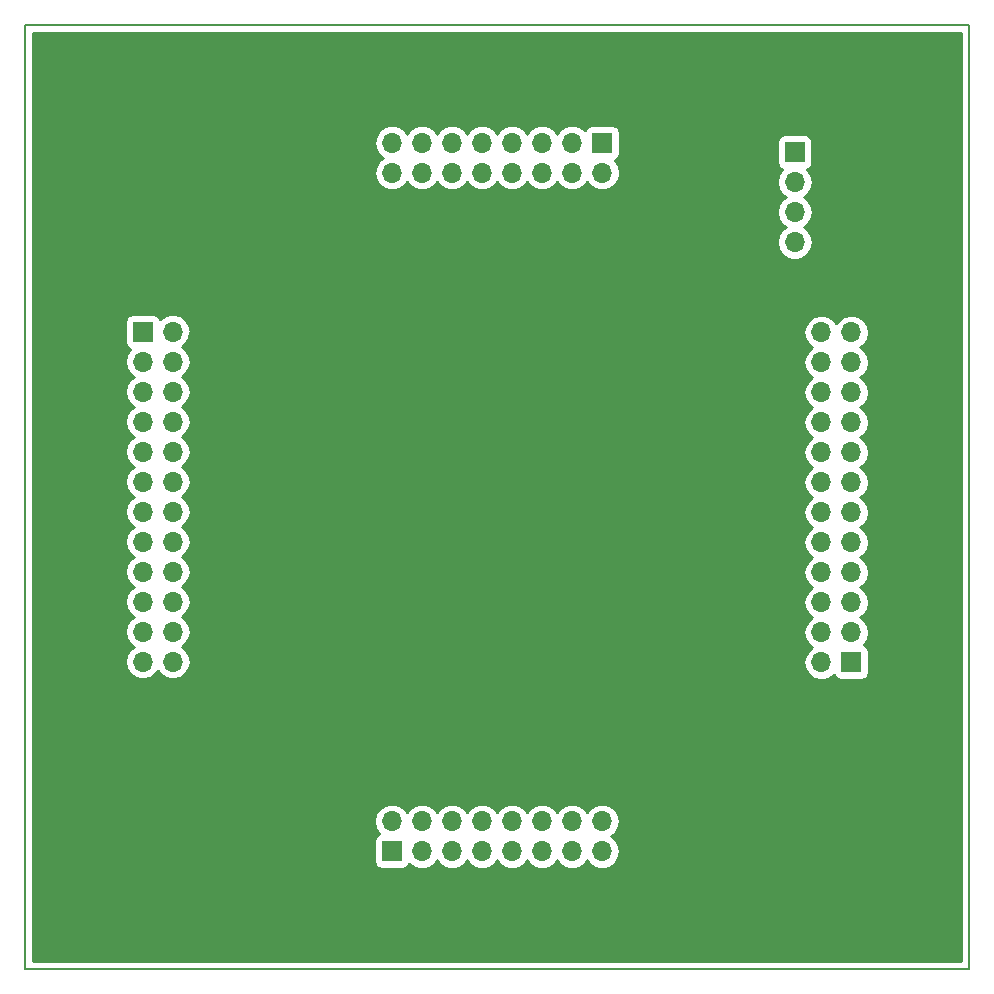
<source format=gbr>
G04 #@! TF.GenerationSoftware,KiCad,Pcbnew,5.0.2-bee76a0~70~ubuntu18.10.1*
G04 #@! TF.CreationDate,2019-01-06T00:10:16+02:00*
G04 #@! TF.ProjectId,GB-BRK-CPU-G2,47422d42-524b-42d4-9350-552d47322e6b,v1.0*
G04 #@! TF.SameCoordinates,Original*
G04 #@! TF.FileFunction,Copper,L2,Bot*
G04 #@! TF.FilePolarity,Positive*
%FSLAX46Y46*%
G04 Gerber Fmt 4.6, Leading zero omitted, Abs format (unit mm)*
G04 Created by KiCad (PCBNEW 5.0.2-bee76a0~70~ubuntu18.10.1) date su  6. tammikuuta 2019 00.10.16*
%MOMM*%
%LPD*%
G01*
G04 APERTURE LIST*
G04 #@! TA.AperFunction,NonConductor*
%ADD10C,0.150000*%
G04 #@! TD*
G04 #@! TA.AperFunction,ComponentPad*
%ADD11C,0.800000*%
G04 #@! TD*
G04 #@! TA.AperFunction,ComponentPad*
%ADD12C,6.400000*%
G04 #@! TD*
G04 #@! TA.AperFunction,ComponentPad*
%ADD13O,1.700000X1.700000*%
G04 #@! TD*
G04 #@! TA.AperFunction,ComponentPad*
%ADD14R,1.700000X1.700000*%
G04 #@! TD*
G04 #@! TA.AperFunction,ViaPad*
%ADD15C,0.800000*%
G04 #@! TD*
G04 #@! TA.AperFunction,Conductor*
%ADD16C,0.254000*%
G04 #@! TD*
G04 APERTURE END LIST*
D10*
X140000000Y-60000000D02*
X60000000Y-60000000D01*
X140000000Y-140000000D02*
X140000000Y-60000000D01*
X60000000Y-140000000D02*
X140000000Y-140000000D01*
X60000000Y-60000000D02*
X60000000Y-140000000D01*
D11*
G04 #@! TO.P,MK2,1*
G04 #@! TO.N,GND*
X66697056Y-133302944D03*
X65000000Y-132600000D03*
X63302944Y-133302944D03*
X62600000Y-135000000D03*
X63302944Y-136697056D03*
X65000000Y-137400000D03*
X66697056Y-136697056D03*
X67400000Y-135000000D03*
D12*
X65000000Y-135000000D03*
G04 #@! TD*
D11*
G04 #@! TO.P,MK1,1*
G04 #@! TO.N,GND*
X66697056Y-63302944D03*
X65000000Y-62600000D03*
X63302944Y-63302944D03*
X62600000Y-65000000D03*
X63302944Y-66697056D03*
X65000000Y-67400000D03*
X66697056Y-66697056D03*
X67400000Y-65000000D03*
D12*
X65000000Y-65000000D03*
G04 #@! TD*
D11*
G04 #@! TO.P,MK3,1*
G04 #@! TO.N,GND*
X136697056Y-63302944D03*
X135000000Y-62600000D03*
X133302944Y-63302944D03*
X132600000Y-65000000D03*
X133302944Y-66697056D03*
X135000000Y-67400000D03*
X136697056Y-66697056D03*
X137400000Y-65000000D03*
D12*
X135000000Y-65000000D03*
G04 #@! TD*
D11*
G04 #@! TO.P,MK4,1*
G04 #@! TO.N,GND*
X136697056Y-133302944D03*
X135000000Y-132600000D03*
X133302944Y-133302944D03*
X132600000Y-135000000D03*
X133302944Y-136697056D03*
X135000000Y-137400000D03*
X136697056Y-136697056D03*
X137400000Y-135000000D03*
D12*
X135000000Y-135000000D03*
G04 #@! TD*
D13*
G04 #@! TO.P,J5,4*
G04 #@! TO.N,GND*
X120400000Y-126920000D03*
G04 #@! TO.P,J5,3*
X120400000Y-124380000D03*
G04 #@! TO.P,J5,2*
X120400000Y-121840000D03*
D14*
G04 #@! TO.P,J5,1*
X120400000Y-119300000D03*
G04 #@! TD*
D13*
G04 #@! TO.P,J1,24*
G04 #@! TO.N,/Pin_24*
X72540000Y-113940000D03*
G04 #@! TO.P,J1,23*
G04 #@! TO.N,/Pin_23*
X70000000Y-113940000D03*
G04 #@! TO.P,J1,22*
G04 #@! TO.N,/Pin_22*
X72540000Y-111400000D03*
G04 #@! TO.P,J1,21*
G04 #@! TO.N,/Pin_21*
X70000000Y-111400000D03*
G04 #@! TO.P,J1,20*
G04 #@! TO.N,/Pin_20*
X72540000Y-108860000D03*
G04 #@! TO.P,J1,19*
G04 #@! TO.N,/Pin_19*
X70000000Y-108860000D03*
G04 #@! TO.P,J1,18*
G04 #@! TO.N,/Pin_18*
X72540000Y-106320000D03*
G04 #@! TO.P,J1,17*
G04 #@! TO.N,/Pin_17*
X70000000Y-106320000D03*
G04 #@! TO.P,J1,16*
G04 #@! TO.N,/Pin_16*
X72540000Y-103780000D03*
G04 #@! TO.P,J1,15*
G04 #@! TO.N,/Pin_15*
X70000000Y-103780000D03*
G04 #@! TO.P,J1,14*
G04 #@! TO.N,/Pin_14*
X72540000Y-101240000D03*
G04 #@! TO.P,J1,13*
G04 #@! TO.N,/Pin_13*
X70000000Y-101240000D03*
G04 #@! TO.P,J1,12*
G04 #@! TO.N,/Pin_12*
X72540000Y-98700000D03*
G04 #@! TO.P,J1,11*
G04 #@! TO.N,/Pin_11*
X70000000Y-98700000D03*
G04 #@! TO.P,J1,10*
G04 #@! TO.N,/Pin_10*
X72540000Y-96160000D03*
G04 #@! TO.P,J1,9*
G04 #@! TO.N,/Pin_9*
X70000000Y-96160000D03*
G04 #@! TO.P,J1,8*
G04 #@! TO.N,/Pin_8*
X72540000Y-93620000D03*
G04 #@! TO.P,J1,7*
G04 #@! TO.N,/Pin_7*
X70000000Y-93620000D03*
G04 #@! TO.P,J1,6*
G04 #@! TO.N,/Pin_6*
X72540000Y-91080000D03*
G04 #@! TO.P,J1,5*
G04 #@! TO.N,/Pin_5*
X70000000Y-91080000D03*
G04 #@! TO.P,J1,4*
G04 #@! TO.N,/Pin_4*
X72540000Y-88540000D03*
G04 #@! TO.P,J1,3*
G04 #@! TO.N,/Pin_3*
X70000000Y-88540000D03*
G04 #@! TO.P,J1,2*
G04 #@! TO.N,/Pin_2*
X72540000Y-86000000D03*
D14*
G04 #@! TO.P,J1,1*
G04 #@! TO.N,/Pin_1*
X70000000Y-86000000D03*
G04 #@! TD*
D13*
G04 #@! TO.P,J2,16*
G04 #@! TO.N,/Pin_40*
X108880000Y-127460000D03*
G04 #@! TO.P,J2,15*
G04 #@! TO.N,/Pin_39*
X108880000Y-130000000D03*
G04 #@! TO.P,J2,14*
G04 #@! TO.N,/Pin_38*
X106340000Y-127460000D03*
G04 #@! TO.P,J2,13*
G04 #@! TO.N,/Pin_37*
X106340000Y-130000000D03*
G04 #@! TO.P,J2,12*
G04 #@! TO.N,/Pin_36*
X103800000Y-127460000D03*
G04 #@! TO.P,J2,11*
G04 #@! TO.N,/Pin_35*
X103800000Y-130000000D03*
G04 #@! TO.P,J2,10*
G04 #@! TO.N,/Pin_34*
X101260000Y-127460000D03*
G04 #@! TO.P,J2,9*
G04 #@! TO.N,/Pin_33*
X101260000Y-130000000D03*
G04 #@! TO.P,J2,8*
G04 #@! TO.N,/Pin_32*
X98720000Y-127460000D03*
G04 #@! TO.P,J2,7*
G04 #@! TO.N,/Pin_31*
X98720000Y-130000000D03*
G04 #@! TO.P,J2,6*
G04 #@! TO.N,/Pin_30*
X96180000Y-127460000D03*
G04 #@! TO.P,J2,5*
G04 #@! TO.N,/Pin_29*
X96180000Y-130000000D03*
G04 #@! TO.P,J2,4*
G04 #@! TO.N,/Pin_28*
X93640000Y-127460000D03*
G04 #@! TO.P,J2,3*
G04 #@! TO.N,/Pin_27*
X93640000Y-130000000D03*
G04 #@! TO.P,J2,2*
G04 #@! TO.N,/Pin_26*
X91100000Y-127460000D03*
D14*
G04 #@! TO.P,J2,1*
G04 #@! TO.N,/Pin_25*
X91100000Y-130000000D03*
G04 #@! TD*
D13*
G04 #@! TO.P,J3,24*
G04 #@! TO.N,/Pin_64*
X127460000Y-86060000D03*
G04 #@! TO.P,J3,23*
G04 #@! TO.N,/Pin_63*
X130000000Y-86060000D03*
G04 #@! TO.P,J3,22*
G04 #@! TO.N,/Pin_62*
X127460000Y-88600000D03*
G04 #@! TO.P,J3,21*
G04 #@! TO.N,/Pin_61*
X130000000Y-88600000D03*
G04 #@! TO.P,J3,20*
G04 #@! TO.N,/Pin_60*
X127460000Y-91140000D03*
G04 #@! TO.P,J3,19*
G04 #@! TO.N,/Pin_59*
X130000000Y-91140000D03*
G04 #@! TO.P,J3,18*
G04 #@! TO.N,/Pin_58*
X127460000Y-93680000D03*
G04 #@! TO.P,J3,17*
G04 #@! TO.N,/Pin_57*
X130000000Y-93680000D03*
G04 #@! TO.P,J3,16*
G04 #@! TO.N,/Pin_56*
X127460000Y-96220000D03*
G04 #@! TO.P,J3,15*
G04 #@! TO.N,/Pin_55*
X130000000Y-96220000D03*
G04 #@! TO.P,J3,14*
G04 #@! TO.N,/Pin_54*
X127460000Y-98760000D03*
G04 #@! TO.P,J3,13*
G04 #@! TO.N,/Pin_53*
X130000000Y-98760000D03*
G04 #@! TO.P,J3,12*
G04 #@! TO.N,/Pin_52*
X127460000Y-101300000D03*
G04 #@! TO.P,J3,11*
G04 #@! TO.N,/Pin_51*
X130000000Y-101300000D03*
G04 #@! TO.P,J3,10*
G04 #@! TO.N,/Pin_50*
X127460000Y-103840000D03*
G04 #@! TO.P,J3,9*
G04 #@! TO.N,/Pin_49*
X130000000Y-103840000D03*
G04 #@! TO.P,J3,8*
G04 #@! TO.N,/Pin_48*
X127460000Y-106380000D03*
G04 #@! TO.P,J3,7*
G04 #@! TO.N,/Pin_47*
X130000000Y-106380000D03*
G04 #@! TO.P,J3,6*
G04 #@! TO.N,/Pin_46*
X127460000Y-108920000D03*
G04 #@! TO.P,J3,5*
G04 #@! TO.N,/Pin_45*
X130000000Y-108920000D03*
G04 #@! TO.P,J3,4*
G04 #@! TO.N,/Pin_44*
X127460000Y-111460000D03*
G04 #@! TO.P,J3,3*
G04 #@! TO.N,/Pin_43*
X130000000Y-111460000D03*
G04 #@! TO.P,J3,2*
G04 #@! TO.N,/Pin_42*
X127460000Y-114000000D03*
D14*
G04 #@! TO.P,J3,1*
G04 #@! TO.N,/Pin_41*
X130000000Y-114000000D03*
G04 #@! TD*
D13*
G04 #@! TO.P,J4,16*
G04 #@! TO.N,/Pin_80*
X91120000Y-72540000D03*
G04 #@! TO.P,J4,15*
G04 #@! TO.N,/Pin_79*
X91120000Y-70000000D03*
G04 #@! TO.P,J4,14*
G04 #@! TO.N,/Pin_78*
X93660000Y-72540000D03*
G04 #@! TO.P,J4,13*
G04 #@! TO.N,/Pin_77*
X93660000Y-70000000D03*
G04 #@! TO.P,J4,12*
G04 #@! TO.N,/Pin_76*
X96200000Y-72540000D03*
G04 #@! TO.P,J4,11*
G04 #@! TO.N,/Pin_75*
X96200000Y-70000000D03*
G04 #@! TO.P,J4,10*
G04 #@! TO.N,/Pin_74*
X98740000Y-72540000D03*
G04 #@! TO.P,J4,9*
G04 #@! TO.N,/Pin_73*
X98740000Y-70000000D03*
G04 #@! TO.P,J4,8*
G04 #@! TO.N,/Pin_72*
X101280000Y-72540000D03*
G04 #@! TO.P,J4,7*
G04 #@! TO.N,/Pin_71*
X101280000Y-70000000D03*
G04 #@! TO.P,J4,6*
G04 #@! TO.N,/Pin_70*
X103820000Y-72540000D03*
G04 #@! TO.P,J4,5*
G04 #@! TO.N,/Pin_69*
X103820000Y-70000000D03*
G04 #@! TO.P,J4,4*
G04 #@! TO.N,/Pin_68*
X106360000Y-72540000D03*
G04 #@! TO.P,J4,3*
G04 #@! TO.N,/Pin_67*
X106360000Y-70000000D03*
G04 #@! TO.P,J4,2*
G04 #@! TO.N,/Pin_66*
X108900000Y-72540000D03*
D14*
G04 #@! TO.P,J4,1*
G04 #@! TO.N,/Pin_65*
X108900000Y-70000000D03*
G04 #@! TD*
D13*
G04 #@! TO.P,J6,4*
G04 #@! TO.N,+5V*
X125200000Y-78420000D03*
G04 #@! TO.P,J6,3*
X125200000Y-75880000D03*
G04 #@! TO.P,J6,2*
X125200000Y-73340000D03*
D14*
G04 #@! TO.P,J6,1*
X125200000Y-70800000D03*
G04 #@! TD*
D15*
G04 #@! TO.N,GND*
X102400000Y-116700000D03*
X97600000Y-83300000D03*
X116700000Y-83300000D03*
X117300000Y-80200000D03*
X118500000Y-76600000D03*
X117800000Y-70400000D03*
G04 #@! TD*
D16*
G04 #@! TO.N,GND*
G36*
X139290000Y-139290000D02*
X60710000Y-139290000D01*
X60710000Y-127460000D01*
X89585908Y-127460000D01*
X89701161Y-128039418D01*
X90029375Y-128530625D01*
X90047619Y-128542816D01*
X90002235Y-128551843D01*
X89792191Y-128692191D01*
X89651843Y-128902235D01*
X89602560Y-129150000D01*
X89602560Y-130850000D01*
X89651843Y-131097765D01*
X89792191Y-131307809D01*
X90002235Y-131448157D01*
X90250000Y-131497440D01*
X91950000Y-131497440D01*
X92197765Y-131448157D01*
X92407809Y-131307809D01*
X92548157Y-131097765D01*
X92557184Y-131052381D01*
X92569375Y-131070625D01*
X93060582Y-131398839D01*
X93493744Y-131485000D01*
X93786256Y-131485000D01*
X94219418Y-131398839D01*
X94710625Y-131070625D01*
X94910000Y-130772239D01*
X95109375Y-131070625D01*
X95600582Y-131398839D01*
X96033744Y-131485000D01*
X96326256Y-131485000D01*
X96759418Y-131398839D01*
X97250625Y-131070625D01*
X97450000Y-130772239D01*
X97649375Y-131070625D01*
X98140582Y-131398839D01*
X98573744Y-131485000D01*
X98866256Y-131485000D01*
X99299418Y-131398839D01*
X99790625Y-131070625D01*
X99990000Y-130772239D01*
X100189375Y-131070625D01*
X100680582Y-131398839D01*
X101113744Y-131485000D01*
X101406256Y-131485000D01*
X101839418Y-131398839D01*
X102330625Y-131070625D01*
X102530000Y-130772239D01*
X102729375Y-131070625D01*
X103220582Y-131398839D01*
X103653744Y-131485000D01*
X103946256Y-131485000D01*
X104379418Y-131398839D01*
X104870625Y-131070625D01*
X105070000Y-130772239D01*
X105269375Y-131070625D01*
X105760582Y-131398839D01*
X106193744Y-131485000D01*
X106486256Y-131485000D01*
X106919418Y-131398839D01*
X107410625Y-131070625D01*
X107610000Y-130772239D01*
X107809375Y-131070625D01*
X108300582Y-131398839D01*
X108733744Y-131485000D01*
X109026256Y-131485000D01*
X109459418Y-131398839D01*
X109950625Y-131070625D01*
X110278839Y-130579418D01*
X110394092Y-130000000D01*
X110278839Y-129420582D01*
X109950625Y-128929375D01*
X109652239Y-128730000D01*
X109950625Y-128530625D01*
X110278839Y-128039418D01*
X110394092Y-127460000D01*
X110278839Y-126880582D01*
X109950625Y-126389375D01*
X109459418Y-126061161D01*
X109026256Y-125975000D01*
X108733744Y-125975000D01*
X108300582Y-126061161D01*
X107809375Y-126389375D01*
X107610000Y-126687761D01*
X107410625Y-126389375D01*
X106919418Y-126061161D01*
X106486256Y-125975000D01*
X106193744Y-125975000D01*
X105760582Y-126061161D01*
X105269375Y-126389375D01*
X105070000Y-126687761D01*
X104870625Y-126389375D01*
X104379418Y-126061161D01*
X103946256Y-125975000D01*
X103653744Y-125975000D01*
X103220582Y-126061161D01*
X102729375Y-126389375D01*
X102530000Y-126687761D01*
X102330625Y-126389375D01*
X101839418Y-126061161D01*
X101406256Y-125975000D01*
X101113744Y-125975000D01*
X100680582Y-126061161D01*
X100189375Y-126389375D01*
X99990000Y-126687761D01*
X99790625Y-126389375D01*
X99299418Y-126061161D01*
X98866256Y-125975000D01*
X98573744Y-125975000D01*
X98140582Y-126061161D01*
X97649375Y-126389375D01*
X97450000Y-126687761D01*
X97250625Y-126389375D01*
X96759418Y-126061161D01*
X96326256Y-125975000D01*
X96033744Y-125975000D01*
X95600582Y-126061161D01*
X95109375Y-126389375D01*
X94910000Y-126687761D01*
X94710625Y-126389375D01*
X94219418Y-126061161D01*
X93786256Y-125975000D01*
X93493744Y-125975000D01*
X93060582Y-126061161D01*
X92569375Y-126389375D01*
X92370000Y-126687761D01*
X92170625Y-126389375D01*
X91679418Y-126061161D01*
X91246256Y-125975000D01*
X90953744Y-125975000D01*
X90520582Y-126061161D01*
X90029375Y-126389375D01*
X89701161Y-126880582D01*
X89585908Y-127460000D01*
X60710000Y-127460000D01*
X60710000Y-88540000D01*
X68485908Y-88540000D01*
X68601161Y-89119418D01*
X68929375Y-89610625D01*
X69227761Y-89810000D01*
X68929375Y-90009375D01*
X68601161Y-90500582D01*
X68485908Y-91080000D01*
X68601161Y-91659418D01*
X68929375Y-92150625D01*
X69227761Y-92350000D01*
X68929375Y-92549375D01*
X68601161Y-93040582D01*
X68485908Y-93620000D01*
X68601161Y-94199418D01*
X68929375Y-94690625D01*
X69227761Y-94890000D01*
X68929375Y-95089375D01*
X68601161Y-95580582D01*
X68485908Y-96160000D01*
X68601161Y-96739418D01*
X68929375Y-97230625D01*
X69227761Y-97430000D01*
X68929375Y-97629375D01*
X68601161Y-98120582D01*
X68485908Y-98700000D01*
X68601161Y-99279418D01*
X68929375Y-99770625D01*
X69227761Y-99970000D01*
X68929375Y-100169375D01*
X68601161Y-100660582D01*
X68485908Y-101240000D01*
X68601161Y-101819418D01*
X68929375Y-102310625D01*
X69227761Y-102510000D01*
X68929375Y-102709375D01*
X68601161Y-103200582D01*
X68485908Y-103780000D01*
X68601161Y-104359418D01*
X68929375Y-104850625D01*
X69227761Y-105050000D01*
X68929375Y-105249375D01*
X68601161Y-105740582D01*
X68485908Y-106320000D01*
X68601161Y-106899418D01*
X68929375Y-107390625D01*
X69227761Y-107590000D01*
X68929375Y-107789375D01*
X68601161Y-108280582D01*
X68485908Y-108860000D01*
X68601161Y-109439418D01*
X68929375Y-109930625D01*
X69227761Y-110130000D01*
X68929375Y-110329375D01*
X68601161Y-110820582D01*
X68485908Y-111400000D01*
X68601161Y-111979418D01*
X68929375Y-112470625D01*
X69227761Y-112670000D01*
X68929375Y-112869375D01*
X68601161Y-113360582D01*
X68485908Y-113940000D01*
X68601161Y-114519418D01*
X68929375Y-115010625D01*
X69420582Y-115338839D01*
X69853744Y-115425000D01*
X70146256Y-115425000D01*
X70579418Y-115338839D01*
X71070625Y-115010625D01*
X71270000Y-114712239D01*
X71469375Y-115010625D01*
X71960582Y-115338839D01*
X72393744Y-115425000D01*
X72686256Y-115425000D01*
X73119418Y-115338839D01*
X73610625Y-115010625D01*
X73938839Y-114519418D01*
X74054092Y-113940000D01*
X73938839Y-113360582D01*
X73610625Y-112869375D01*
X73312239Y-112670000D01*
X73610625Y-112470625D01*
X73938839Y-111979418D01*
X74054092Y-111400000D01*
X73938839Y-110820582D01*
X73610625Y-110329375D01*
X73312239Y-110130000D01*
X73610625Y-109930625D01*
X73938839Y-109439418D01*
X74054092Y-108860000D01*
X73938839Y-108280582D01*
X73610625Y-107789375D01*
X73312239Y-107590000D01*
X73610625Y-107390625D01*
X73938839Y-106899418D01*
X74054092Y-106320000D01*
X73938839Y-105740582D01*
X73610625Y-105249375D01*
X73312239Y-105050000D01*
X73610625Y-104850625D01*
X73938839Y-104359418D01*
X74054092Y-103780000D01*
X73938839Y-103200582D01*
X73610625Y-102709375D01*
X73312239Y-102510000D01*
X73610625Y-102310625D01*
X73938839Y-101819418D01*
X74054092Y-101240000D01*
X73938839Y-100660582D01*
X73610625Y-100169375D01*
X73312239Y-99970000D01*
X73610625Y-99770625D01*
X73938839Y-99279418D01*
X74054092Y-98700000D01*
X73938839Y-98120582D01*
X73610625Y-97629375D01*
X73312239Y-97430000D01*
X73610625Y-97230625D01*
X73938839Y-96739418D01*
X74054092Y-96160000D01*
X73938839Y-95580582D01*
X73610625Y-95089375D01*
X73312239Y-94890000D01*
X73610625Y-94690625D01*
X73938839Y-94199418D01*
X74054092Y-93620000D01*
X73938839Y-93040582D01*
X73610625Y-92549375D01*
X73312239Y-92350000D01*
X73610625Y-92150625D01*
X73938839Y-91659418D01*
X74054092Y-91080000D01*
X73938839Y-90500582D01*
X73610625Y-90009375D01*
X73312239Y-89810000D01*
X73610625Y-89610625D01*
X73938839Y-89119418D01*
X74054092Y-88540000D01*
X73938839Y-87960582D01*
X73610625Y-87469375D01*
X73312239Y-87270000D01*
X73610625Y-87070625D01*
X73938839Y-86579418D01*
X74042157Y-86060000D01*
X125945908Y-86060000D01*
X126061161Y-86639418D01*
X126389375Y-87130625D01*
X126687761Y-87330000D01*
X126389375Y-87529375D01*
X126061161Y-88020582D01*
X125945908Y-88600000D01*
X126061161Y-89179418D01*
X126389375Y-89670625D01*
X126687761Y-89870000D01*
X126389375Y-90069375D01*
X126061161Y-90560582D01*
X125945908Y-91140000D01*
X126061161Y-91719418D01*
X126389375Y-92210625D01*
X126687761Y-92410000D01*
X126389375Y-92609375D01*
X126061161Y-93100582D01*
X125945908Y-93680000D01*
X126061161Y-94259418D01*
X126389375Y-94750625D01*
X126687761Y-94950000D01*
X126389375Y-95149375D01*
X126061161Y-95640582D01*
X125945908Y-96220000D01*
X126061161Y-96799418D01*
X126389375Y-97290625D01*
X126687761Y-97490000D01*
X126389375Y-97689375D01*
X126061161Y-98180582D01*
X125945908Y-98760000D01*
X126061161Y-99339418D01*
X126389375Y-99830625D01*
X126687761Y-100030000D01*
X126389375Y-100229375D01*
X126061161Y-100720582D01*
X125945908Y-101300000D01*
X126061161Y-101879418D01*
X126389375Y-102370625D01*
X126687761Y-102570000D01*
X126389375Y-102769375D01*
X126061161Y-103260582D01*
X125945908Y-103840000D01*
X126061161Y-104419418D01*
X126389375Y-104910625D01*
X126687761Y-105110000D01*
X126389375Y-105309375D01*
X126061161Y-105800582D01*
X125945908Y-106380000D01*
X126061161Y-106959418D01*
X126389375Y-107450625D01*
X126687761Y-107650000D01*
X126389375Y-107849375D01*
X126061161Y-108340582D01*
X125945908Y-108920000D01*
X126061161Y-109499418D01*
X126389375Y-109990625D01*
X126687761Y-110190000D01*
X126389375Y-110389375D01*
X126061161Y-110880582D01*
X125945908Y-111460000D01*
X126061161Y-112039418D01*
X126389375Y-112530625D01*
X126687761Y-112730000D01*
X126389375Y-112929375D01*
X126061161Y-113420582D01*
X125945908Y-114000000D01*
X126061161Y-114579418D01*
X126389375Y-115070625D01*
X126880582Y-115398839D01*
X127313744Y-115485000D01*
X127606256Y-115485000D01*
X128039418Y-115398839D01*
X128530625Y-115070625D01*
X128542816Y-115052381D01*
X128551843Y-115097765D01*
X128692191Y-115307809D01*
X128902235Y-115448157D01*
X129150000Y-115497440D01*
X130850000Y-115497440D01*
X131097765Y-115448157D01*
X131307809Y-115307809D01*
X131448157Y-115097765D01*
X131497440Y-114850000D01*
X131497440Y-113150000D01*
X131448157Y-112902235D01*
X131307809Y-112692191D01*
X131097765Y-112551843D01*
X131052381Y-112542816D01*
X131070625Y-112530625D01*
X131398839Y-112039418D01*
X131514092Y-111460000D01*
X131398839Y-110880582D01*
X131070625Y-110389375D01*
X130772239Y-110190000D01*
X131070625Y-109990625D01*
X131398839Y-109499418D01*
X131514092Y-108920000D01*
X131398839Y-108340582D01*
X131070625Y-107849375D01*
X130772239Y-107650000D01*
X131070625Y-107450625D01*
X131398839Y-106959418D01*
X131514092Y-106380000D01*
X131398839Y-105800582D01*
X131070625Y-105309375D01*
X130772239Y-105110000D01*
X131070625Y-104910625D01*
X131398839Y-104419418D01*
X131514092Y-103840000D01*
X131398839Y-103260582D01*
X131070625Y-102769375D01*
X130772239Y-102570000D01*
X131070625Y-102370625D01*
X131398839Y-101879418D01*
X131514092Y-101300000D01*
X131398839Y-100720582D01*
X131070625Y-100229375D01*
X130772239Y-100030000D01*
X131070625Y-99830625D01*
X131398839Y-99339418D01*
X131514092Y-98760000D01*
X131398839Y-98180582D01*
X131070625Y-97689375D01*
X130772239Y-97490000D01*
X131070625Y-97290625D01*
X131398839Y-96799418D01*
X131514092Y-96220000D01*
X131398839Y-95640582D01*
X131070625Y-95149375D01*
X130772239Y-94950000D01*
X131070625Y-94750625D01*
X131398839Y-94259418D01*
X131514092Y-93680000D01*
X131398839Y-93100582D01*
X131070625Y-92609375D01*
X130772239Y-92410000D01*
X131070625Y-92210625D01*
X131398839Y-91719418D01*
X131514092Y-91140000D01*
X131398839Y-90560582D01*
X131070625Y-90069375D01*
X130772239Y-89870000D01*
X131070625Y-89670625D01*
X131398839Y-89179418D01*
X131514092Y-88600000D01*
X131398839Y-88020582D01*
X131070625Y-87529375D01*
X130772239Y-87330000D01*
X131070625Y-87130625D01*
X131398839Y-86639418D01*
X131514092Y-86060000D01*
X131398839Y-85480582D01*
X131070625Y-84989375D01*
X130579418Y-84661161D01*
X130146256Y-84575000D01*
X129853744Y-84575000D01*
X129420582Y-84661161D01*
X128929375Y-84989375D01*
X128730000Y-85287761D01*
X128530625Y-84989375D01*
X128039418Y-84661161D01*
X127606256Y-84575000D01*
X127313744Y-84575000D01*
X126880582Y-84661161D01*
X126389375Y-84989375D01*
X126061161Y-85480582D01*
X125945908Y-86060000D01*
X74042157Y-86060000D01*
X74054092Y-86000000D01*
X73938839Y-85420582D01*
X73610625Y-84929375D01*
X73119418Y-84601161D01*
X72686256Y-84515000D01*
X72393744Y-84515000D01*
X71960582Y-84601161D01*
X71469375Y-84929375D01*
X71457184Y-84947619D01*
X71448157Y-84902235D01*
X71307809Y-84692191D01*
X71097765Y-84551843D01*
X70850000Y-84502560D01*
X69150000Y-84502560D01*
X68902235Y-84551843D01*
X68692191Y-84692191D01*
X68551843Y-84902235D01*
X68502560Y-85150000D01*
X68502560Y-86850000D01*
X68551843Y-87097765D01*
X68692191Y-87307809D01*
X68902235Y-87448157D01*
X68947619Y-87457184D01*
X68929375Y-87469375D01*
X68601161Y-87960582D01*
X68485908Y-88540000D01*
X60710000Y-88540000D01*
X60710000Y-70000000D01*
X89605908Y-70000000D01*
X89721161Y-70579418D01*
X90049375Y-71070625D01*
X90347761Y-71270000D01*
X90049375Y-71469375D01*
X89721161Y-71960582D01*
X89605908Y-72540000D01*
X89721161Y-73119418D01*
X90049375Y-73610625D01*
X90540582Y-73938839D01*
X90973744Y-74025000D01*
X91266256Y-74025000D01*
X91699418Y-73938839D01*
X92190625Y-73610625D01*
X92390000Y-73312239D01*
X92589375Y-73610625D01*
X93080582Y-73938839D01*
X93513744Y-74025000D01*
X93806256Y-74025000D01*
X94239418Y-73938839D01*
X94730625Y-73610625D01*
X94930000Y-73312239D01*
X95129375Y-73610625D01*
X95620582Y-73938839D01*
X96053744Y-74025000D01*
X96346256Y-74025000D01*
X96779418Y-73938839D01*
X97270625Y-73610625D01*
X97470000Y-73312239D01*
X97669375Y-73610625D01*
X98160582Y-73938839D01*
X98593744Y-74025000D01*
X98886256Y-74025000D01*
X99319418Y-73938839D01*
X99810625Y-73610625D01*
X100010000Y-73312239D01*
X100209375Y-73610625D01*
X100700582Y-73938839D01*
X101133744Y-74025000D01*
X101426256Y-74025000D01*
X101859418Y-73938839D01*
X102350625Y-73610625D01*
X102550000Y-73312239D01*
X102749375Y-73610625D01*
X103240582Y-73938839D01*
X103673744Y-74025000D01*
X103966256Y-74025000D01*
X104399418Y-73938839D01*
X104890625Y-73610625D01*
X105090000Y-73312239D01*
X105289375Y-73610625D01*
X105780582Y-73938839D01*
X106213744Y-74025000D01*
X106506256Y-74025000D01*
X106939418Y-73938839D01*
X107430625Y-73610625D01*
X107630000Y-73312239D01*
X107829375Y-73610625D01*
X108320582Y-73938839D01*
X108753744Y-74025000D01*
X109046256Y-74025000D01*
X109479418Y-73938839D01*
X109970625Y-73610625D01*
X110151450Y-73340000D01*
X123685908Y-73340000D01*
X123801161Y-73919418D01*
X124129375Y-74410625D01*
X124427761Y-74610000D01*
X124129375Y-74809375D01*
X123801161Y-75300582D01*
X123685908Y-75880000D01*
X123801161Y-76459418D01*
X124129375Y-76950625D01*
X124427761Y-77150000D01*
X124129375Y-77349375D01*
X123801161Y-77840582D01*
X123685908Y-78420000D01*
X123801161Y-78999418D01*
X124129375Y-79490625D01*
X124620582Y-79818839D01*
X125053744Y-79905000D01*
X125346256Y-79905000D01*
X125779418Y-79818839D01*
X126270625Y-79490625D01*
X126598839Y-78999418D01*
X126714092Y-78420000D01*
X126598839Y-77840582D01*
X126270625Y-77349375D01*
X125972239Y-77150000D01*
X126270625Y-76950625D01*
X126598839Y-76459418D01*
X126714092Y-75880000D01*
X126598839Y-75300582D01*
X126270625Y-74809375D01*
X125972239Y-74610000D01*
X126270625Y-74410625D01*
X126598839Y-73919418D01*
X126714092Y-73340000D01*
X126598839Y-72760582D01*
X126270625Y-72269375D01*
X126252381Y-72257184D01*
X126297765Y-72248157D01*
X126507809Y-72107809D01*
X126648157Y-71897765D01*
X126697440Y-71650000D01*
X126697440Y-69950000D01*
X126648157Y-69702235D01*
X126507809Y-69492191D01*
X126297765Y-69351843D01*
X126050000Y-69302560D01*
X124350000Y-69302560D01*
X124102235Y-69351843D01*
X123892191Y-69492191D01*
X123751843Y-69702235D01*
X123702560Y-69950000D01*
X123702560Y-71650000D01*
X123751843Y-71897765D01*
X123892191Y-72107809D01*
X124102235Y-72248157D01*
X124147619Y-72257184D01*
X124129375Y-72269375D01*
X123801161Y-72760582D01*
X123685908Y-73340000D01*
X110151450Y-73340000D01*
X110298839Y-73119418D01*
X110414092Y-72540000D01*
X110298839Y-71960582D01*
X109970625Y-71469375D01*
X109952381Y-71457184D01*
X109997765Y-71448157D01*
X110207809Y-71307809D01*
X110348157Y-71097765D01*
X110397440Y-70850000D01*
X110397440Y-69150000D01*
X110348157Y-68902235D01*
X110207809Y-68692191D01*
X109997765Y-68551843D01*
X109750000Y-68502560D01*
X108050000Y-68502560D01*
X107802235Y-68551843D01*
X107592191Y-68692191D01*
X107451843Y-68902235D01*
X107442816Y-68947619D01*
X107430625Y-68929375D01*
X106939418Y-68601161D01*
X106506256Y-68515000D01*
X106213744Y-68515000D01*
X105780582Y-68601161D01*
X105289375Y-68929375D01*
X105090000Y-69227761D01*
X104890625Y-68929375D01*
X104399418Y-68601161D01*
X103966256Y-68515000D01*
X103673744Y-68515000D01*
X103240582Y-68601161D01*
X102749375Y-68929375D01*
X102550000Y-69227761D01*
X102350625Y-68929375D01*
X101859418Y-68601161D01*
X101426256Y-68515000D01*
X101133744Y-68515000D01*
X100700582Y-68601161D01*
X100209375Y-68929375D01*
X100010000Y-69227761D01*
X99810625Y-68929375D01*
X99319418Y-68601161D01*
X98886256Y-68515000D01*
X98593744Y-68515000D01*
X98160582Y-68601161D01*
X97669375Y-68929375D01*
X97470000Y-69227761D01*
X97270625Y-68929375D01*
X96779418Y-68601161D01*
X96346256Y-68515000D01*
X96053744Y-68515000D01*
X95620582Y-68601161D01*
X95129375Y-68929375D01*
X94930000Y-69227761D01*
X94730625Y-68929375D01*
X94239418Y-68601161D01*
X93806256Y-68515000D01*
X93513744Y-68515000D01*
X93080582Y-68601161D01*
X92589375Y-68929375D01*
X92390000Y-69227761D01*
X92190625Y-68929375D01*
X91699418Y-68601161D01*
X91266256Y-68515000D01*
X90973744Y-68515000D01*
X90540582Y-68601161D01*
X90049375Y-68929375D01*
X89721161Y-69420582D01*
X89605908Y-70000000D01*
X60710000Y-70000000D01*
X60710000Y-60710000D01*
X139290001Y-60710000D01*
X139290000Y-139290000D01*
X139290000Y-139290000D01*
G37*
X139290000Y-139290000D02*
X60710000Y-139290000D01*
X60710000Y-127460000D01*
X89585908Y-127460000D01*
X89701161Y-128039418D01*
X90029375Y-128530625D01*
X90047619Y-128542816D01*
X90002235Y-128551843D01*
X89792191Y-128692191D01*
X89651843Y-128902235D01*
X89602560Y-129150000D01*
X89602560Y-130850000D01*
X89651843Y-131097765D01*
X89792191Y-131307809D01*
X90002235Y-131448157D01*
X90250000Y-131497440D01*
X91950000Y-131497440D01*
X92197765Y-131448157D01*
X92407809Y-131307809D01*
X92548157Y-131097765D01*
X92557184Y-131052381D01*
X92569375Y-131070625D01*
X93060582Y-131398839D01*
X93493744Y-131485000D01*
X93786256Y-131485000D01*
X94219418Y-131398839D01*
X94710625Y-131070625D01*
X94910000Y-130772239D01*
X95109375Y-131070625D01*
X95600582Y-131398839D01*
X96033744Y-131485000D01*
X96326256Y-131485000D01*
X96759418Y-131398839D01*
X97250625Y-131070625D01*
X97450000Y-130772239D01*
X97649375Y-131070625D01*
X98140582Y-131398839D01*
X98573744Y-131485000D01*
X98866256Y-131485000D01*
X99299418Y-131398839D01*
X99790625Y-131070625D01*
X99990000Y-130772239D01*
X100189375Y-131070625D01*
X100680582Y-131398839D01*
X101113744Y-131485000D01*
X101406256Y-131485000D01*
X101839418Y-131398839D01*
X102330625Y-131070625D01*
X102530000Y-130772239D01*
X102729375Y-131070625D01*
X103220582Y-131398839D01*
X103653744Y-131485000D01*
X103946256Y-131485000D01*
X104379418Y-131398839D01*
X104870625Y-131070625D01*
X105070000Y-130772239D01*
X105269375Y-131070625D01*
X105760582Y-131398839D01*
X106193744Y-131485000D01*
X106486256Y-131485000D01*
X106919418Y-131398839D01*
X107410625Y-131070625D01*
X107610000Y-130772239D01*
X107809375Y-131070625D01*
X108300582Y-131398839D01*
X108733744Y-131485000D01*
X109026256Y-131485000D01*
X109459418Y-131398839D01*
X109950625Y-131070625D01*
X110278839Y-130579418D01*
X110394092Y-130000000D01*
X110278839Y-129420582D01*
X109950625Y-128929375D01*
X109652239Y-128730000D01*
X109950625Y-128530625D01*
X110278839Y-128039418D01*
X110394092Y-127460000D01*
X110278839Y-126880582D01*
X109950625Y-126389375D01*
X109459418Y-126061161D01*
X109026256Y-125975000D01*
X108733744Y-125975000D01*
X108300582Y-126061161D01*
X107809375Y-126389375D01*
X107610000Y-126687761D01*
X107410625Y-126389375D01*
X106919418Y-126061161D01*
X106486256Y-125975000D01*
X106193744Y-125975000D01*
X105760582Y-126061161D01*
X105269375Y-126389375D01*
X105070000Y-126687761D01*
X104870625Y-126389375D01*
X104379418Y-126061161D01*
X103946256Y-125975000D01*
X103653744Y-125975000D01*
X103220582Y-126061161D01*
X102729375Y-126389375D01*
X102530000Y-126687761D01*
X102330625Y-126389375D01*
X101839418Y-126061161D01*
X101406256Y-125975000D01*
X101113744Y-125975000D01*
X100680582Y-126061161D01*
X100189375Y-126389375D01*
X99990000Y-126687761D01*
X99790625Y-126389375D01*
X99299418Y-126061161D01*
X98866256Y-125975000D01*
X98573744Y-125975000D01*
X98140582Y-126061161D01*
X97649375Y-126389375D01*
X97450000Y-126687761D01*
X97250625Y-126389375D01*
X96759418Y-126061161D01*
X96326256Y-125975000D01*
X96033744Y-125975000D01*
X95600582Y-126061161D01*
X95109375Y-126389375D01*
X94910000Y-126687761D01*
X94710625Y-126389375D01*
X94219418Y-126061161D01*
X93786256Y-125975000D01*
X93493744Y-125975000D01*
X93060582Y-126061161D01*
X92569375Y-126389375D01*
X92370000Y-126687761D01*
X92170625Y-126389375D01*
X91679418Y-126061161D01*
X91246256Y-125975000D01*
X90953744Y-125975000D01*
X90520582Y-126061161D01*
X90029375Y-126389375D01*
X89701161Y-126880582D01*
X89585908Y-127460000D01*
X60710000Y-127460000D01*
X60710000Y-88540000D01*
X68485908Y-88540000D01*
X68601161Y-89119418D01*
X68929375Y-89610625D01*
X69227761Y-89810000D01*
X68929375Y-90009375D01*
X68601161Y-90500582D01*
X68485908Y-91080000D01*
X68601161Y-91659418D01*
X68929375Y-92150625D01*
X69227761Y-92350000D01*
X68929375Y-92549375D01*
X68601161Y-93040582D01*
X68485908Y-93620000D01*
X68601161Y-94199418D01*
X68929375Y-94690625D01*
X69227761Y-94890000D01*
X68929375Y-95089375D01*
X68601161Y-95580582D01*
X68485908Y-96160000D01*
X68601161Y-96739418D01*
X68929375Y-97230625D01*
X69227761Y-97430000D01*
X68929375Y-97629375D01*
X68601161Y-98120582D01*
X68485908Y-98700000D01*
X68601161Y-99279418D01*
X68929375Y-99770625D01*
X69227761Y-99970000D01*
X68929375Y-100169375D01*
X68601161Y-100660582D01*
X68485908Y-101240000D01*
X68601161Y-101819418D01*
X68929375Y-102310625D01*
X69227761Y-102510000D01*
X68929375Y-102709375D01*
X68601161Y-103200582D01*
X68485908Y-103780000D01*
X68601161Y-104359418D01*
X68929375Y-104850625D01*
X69227761Y-105050000D01*
X68929375Y-105249375D01*
X68601161Y-105740582D01*
X68485908Y-106320000D01*
X68601161Y-106899418D01*
X68929375Y-107390625D01*
X69227761Y-107590000D01*
X68929375Y-107789375D01*
X68601161Y-108280582D01*
X68485908Y-108860000D01*
X68601161Y-109439418D01*
X68929375Y-109930625D01*
X69227761Y-110130000D01*
X68929375Y-110329375D01*
X68601161Y-110820582D01*
X68485908Y-111400000D01*
X68601161Y-111979418D01*
X68929375Y-112470625D01*
X69227761Y-112670000D01*
X68929375Y-112869375D01*
X68601161Y-113360582D01*
X68485908Y-113940000D01*
X68601161Y-114519418D01*
X68929375Y-115010625D01*
X69420582Y-115338839D01*
X69853744Y-115425000D01*
X70146256Y-115425000D01*
X70579418Y-115338839D01*
X71070625Y-115010625D01*
X71270000Y-114712239D01*
X71469375Y-115010625D01*
X71960582Y-115338839D01*
X72393744Y-115425000D01*
X72686256Y-115425000D01*
X73119418Y-115338839D01*
X73610625Y-115010625D01*
X73938839Y-114519418D01*
X74054092Y-113940000D01*
X73938839Y-113360582D01*
X73610625Y-112869375D01*
X73312239Y-112670000D01*
X73610625Y-112470625D01*
X73938839Y-111979418D01*
X74054092Y-111400000D01*
X73938839Y-110820582D01*
X73610625Y-110329375D01*
X73312239Y-110130000D01*
X73610625Y-109930625D01*
X73938839Y-109439418D01*
X74054092Y-108860000D01*
X73938839Y-108280582D01*
X73610625Y-107789375D01*
X73312239Y-107590000D01*
X73610625Y-107390625D01*
X73938839Y-106899418D01*
X74054092Y-106320000D01*
X73938839Y-105740582D01*
X73610625Y-105249375D01*
X73312239Y-105050000D01*
X73610625Y-104850625D01*
X73938839Y-104359418D01*
X74054092Y-103780000D01*
X73938839Y-103200582D01*
X73610625Y-102709375D01*
X73312239Y-102510000D01*
X73610625Y-102310625D01*
X73938839Y-101819418D01*
X74054092Y-101240000D01*
X73938839Y-100660582D01*
X73610625Y-100169375D01*
X73312239Y-99970000D01*
X73610625Y-99770625D01*
X73938839Y-99279418D01*
X74054092Y-98700000D01*
X73938839Y-98120582D01*
X73610625Y-97629375D01*
X73312239Y-97430000D01*
X73610625Y-97230625D01*
X73938839Y-96739418D01*
X74054092Y-96160000D01*
X73938839Y-95580582D01*
X73610625Y-95089375D01*
X73312239Y-94890000D01*
X73610625Y-94690625D01*
X73938839Y-94199418D01*
X74054092Y-93620000D01*
X73938839Y-93040582D01*
X73610625Y-92549375D01*
X73312239Y-92350000D01*
X73610625Y-92150625D01*
X73938839Y-91659418D01*
X74054092Y-91080000D01*
X73938839Y-90500582D01*
X73610625Y-90009375D01*
X73312239Y-89810000D01*
X73610625Y-89610625D01*
X73938839Y-89119418D01*
X74054092Y-88540000D01*
X73938839Y-87960582D01*
X73610625Y-87469375D01*
X73312239Y-87270000D01*
X73610625Y-87070625D01*
X73938839Y-86579418D01*
X74042157Y-86060000D01*
X125945908Y-86060000D01*
X126061161Y-86639418D01*
X126389375Y-87130625D01*
X126687761Y-87330000D01*
X126389375Y-87529375D01*
X126061161Y-88020582D01*
X125945908Y-88600000D01*
X126061161Y-89179418D01*
X126389375Y-89670625D01*
X126687761Y-89870000D01*
X126389375Y-90069375D01*
X126061161Y-90560582D01*
X125945908Y-91140000D01*
X126061161Y-91719418D01*
X126389375Y-92210625D01*
X126687761Y-92410000D01*
X126389375Y-92609375D01*
X126061161Y-93100582D01*
X125945908Y-93680000D01*
X126061161Y-94259418D01*
X126389375Y-94750625D01*
X126687761Y-94950000D01*
X126389375Y-95149375D01*
X126061161Y-95640582D01*
X125945908Y-96220000D01*
X126061161Y-96799418D01*
X126389375Y-97290625D01*
X126687761Y-97490000D01*
X126389375Y-97689375D01*
X126061161Y-98180582D01*
X125945908Y-98760000D01*
X126061161Y-99339418D01*
X126389375Y-99830625D01*
X126687761Y-100030000D01*
X126389375Y-100229375D01*
X126061161Y-100720582D01*
X125945908Y-101300000D01*
X126061161Y-101879418D01*
X126389375Y-102370625D01*
X126687761Y-102570000D01*
X126389375Y-102769375D01*
X126061161Y-103260582D01*
X125945908Y-103840000D01*
X126061161Y-104419418D01*
X126389375Y-104910625D01*
X126687761Y-105110000D01*
X126389375Y-105309375D01*
X126061161Y-105800582D01*
X125945908Y-106380000D01*
X126061161Y-106959418D01*
X126389375Y-107450625D01*
X126687761Y-107650000D01*
X126389375Y-107849375D01*
X126061161Y-108340582D01*
X125945908Y-108920000D01*
X126061161Y-109499418D01*
X126389375Y-109990625D01*
X126687761Y-110190000D01*
X126389375Y-110389375D01*
X126061161Y-110880582D01*
X125945908Y-111460000D01*
X126061161Y-112039418D01*
X126389375Y-112530625D01*
X126687761Y-112730000D01*
X126389375Y-112929375D01*
X126061161Y-113420582D01*
X125945908Y-114000000D01*
X126061161Y-114579418D01*
X126389375Y-115070625D01*
X126880582Y-115398839D01*
X127313744Y-115485000D01*
X127606256Y-115485000D01*
X128039418Y-115398839D01*
X128530625Y-115070625D01*
X128542816Y-115052381D01*
X128551843Y-115097765D01*
X128692191Y-115307809D01*
X128902235Y-115448157D01*
X129150000Y-115497440D01*
X130850000Y-115497440D01*
X131097765Y-115448157D01*
X131307809Y-115307809D01*
X131448157Y-115097765D01*
X131497440Y-114850000D01*
X131497440Y-113150000D01*
X131448157Y-112902235D01*
X131307809Y-112692191D01*
X131097765Y-112551843D01*
X131052381Y-112542816D01*
X131070625Y-112530625D01*
X131398839Y-112039418D01*
X131514092Y-111460000D01*
X131398839Y-110880582D01*
X131070625Y-110389375D01*
X130772239Y-110190000D01*
X131070625Y-109990625D01*
X131398839Y-109499418D01*
X131514092Y-108920000D01*
X131398839Y-108340582D01*
X131070625Y-107849375D01*
X130772239Y-107650000D01*
X131070625Y-107450625D01*
X131398839Y-106959418D01*
X131514092Y-106380000D01*
X131398839Y-105800582D01*
X131070625Y-105309375D01*
X130772239Y-105110000D01*
X131070625Y-104910625D01*
X131398839Y-104419418D01*
X131514092Y-103840000D01*
X131398839Y-103260582D01*
X131070625Y-102769375D01*
X130772239Y-102570000D01*
X131070625Y-102370625D01*
X131398839Y-101879418D01*
X131514092Y-101300000D01*
X131398839Y-100720582D01*
X131070625Y-100229375D01*
X130772239Y-100030000D01*
X131070625Y-99830625D01*
X131398839Y-99339418D01*
X131514092Y-98760000D01*
X131398839Y-98180582D01*
X131070625Y-97689375D01*
X130772239Y-97490000D01*
X131070625Y-97290625D01*
X131398839Y-96799418D01*
X131514092Y-96220000D01*
X131398839Y-95640582D01*
X131070625Y-95149375D01*
X130772239Y-94950000D01*
X131070625Y-94750625D01*
X131398839Y-94259418D01*
X131514092Y-93680000D01*
X131398839Y-93100582D01*
X131070625Y-92609375D01*
X130772239Y-92410000D01*
X131070625Y-92210625D01*
X131398839Y-91719418D01*
X131514092Y-91140000D01*
X131398839Y-90560582D01*
X131070625Y-90069375D01*
X130772239Y-89870000D01*
X131070625Y-89670625D01*
X131398839Y-89179418D01*
X131514092Y-88600000D01*
X131398839Y-88020582D01*
X131070625Y-87529375D01*
X130772239Y-87330000D01*
X131070625Y-87130625D01*
X131398839Y-86639418D01*
X131514092Y-86060000D01*
X131398839Y-85480582D01*
X131070625Y-84989375D01*
X130579418Y-84661161D01*
X130146256Y-84575000D01*
X129853744Y-84575000D01*
X129420582Y-84661161D01*
X128929375Y-84989375D01*
X128730000Y-85287761D01*
X128530625Y-84989375D01*
X128039418Y-84661161D01*
X127606256Y-84575000D01*
X127313744Y-84575000D01*
X126880582Y-84661161D01*
X126389375Y-84989375D01*
X126061161Y-85480582D01*
X125945908Y-86060000D01*
X74042157Y-86060000D01*
X74054092Y-86000000D01*
X73938839Y-85420582D01*
X73610625Y-84929375D01*
X73119418Y-84601161D01*
X72686256Y-84515000D01*
X72393744Y-84515000D01*
X71960582Y-84601161D01*
X71469375Y-84929375D01*
X71457184Y-84947619D01*
X71448157Y-84902235D01*
X71307809Y-84692191D01*
X71097765Y-84551843D01*
X70850000Y-84502560D01*
X69150000Y-84502560D01*
X68902235Y-84551843D01*
X68692191Y-84692191D01*
X68551843Y-84902235D01*
X68502560Y-85150000D01*
X68502560Y-86850000D01*
X68551843Y-87097765D01*
X68692191Y-87307809D01*
X68902235Y-87448157D01*
X68947619Y-87457184D01*
X68929375Y-87469375D01*
X68601161Y-87960582D01*
X68485908Y-88540000D01*
X60710000Y-88540000D01*
X60710000Y-70000000D01*
X89605908Y-70000000D01*
X89721161Y-70579418D01*
X90049375Y-71070625D01*
X90347761Y-71270000D01*
X90049375Y-71469375D01*
X89721161Y-71960582D01*
X89605908Y-72540000D01*
X89721161Y-73119418D01*
X90049375Y-73610625D01*
X90540582Y-73938839D01*
X90973744Y-74025000D01*
X91266256Y-74025000D01*
X91699418Y-73938839D01*
X92190625Y-73610625D01*
X92390000Y-73312239D01*
X92589375Y-73610625D01*
X93080582Y-73938839D01*
X93513744Y-74025000D01*
X93806256Y-74025000D01*
X94239418Y-73938839D01*
X94730625Y-73610625D01*
X94930000Y-73312239D01*
X95129375Y-73610625D01*
X95620582Y-73938839D01*
X96053744Y-74025000D01*
X96346256Y-74025000D01*
X96779418Y-73938839D01*
X97270625Y-73610625D01*
X97470000Y-73312239D01*
X97669375Y-73610625D01*
X98160582Y-73938839D01*
X98593744Y-74025000D01*
X98886256Y-74025000D01*
X99319418Y-73938839D01*
X99810625Y-73610625D01*
X100010000Y-73312239D01*
X100209375Y-73610625D01*
X100700582Y-73938839D01*
X101133744Y-74025000D01*
X101426256Y-74025000D01*
X101859418Y-73938839D01*
X102350625Y-73610625D01*
X102550000Y-73312239D01*
X102749375Y-73610625D01*
X103240582Y-73938839D01*
X103673744Y-74025000D01*
X103966256Y-74025000D01*
X104399418Y-73938839D01*
X104890625Y-73610625D01*
X105090000Y-73312239D01*
X105289375Y-73610625D01*
X105780582Y-73938839D01*
X106213744Y-74025000D01*
X106506256Y-74025000D01*
X106939418Y-73938839D01*
X107430625Y-73610625D01*
X107630000Y-73312239D01*
X107829375Y-73610625D01*
X108320582Y-73938839D01*
X108753744Y-74025000D01*
X109046256Y-74025000D01*
X109479418Y-73938839D01*
X109970625Y-73610625D01*
X110151450Y-73340000D01*
X123685908Y-73340000D01*
X123801161Y-73919418D01*
X124129375Y-74410625D01*
X124427761Y-74610000D01*
X124129375Y-74809375D01*
X123801161Y-75300582D01*
X123685908Y-75880000D01*
X123801161Y-76459418D01*
X124129375Y-76950625D01*
X124427761Y-77150000D01*
X124129375Y-77349375D01*
X123801161Y-77840582D01*
X123685908Y-78420000D01*
X123801161Y-78999418D01*
X124129375Y-79490625D01*
X124620582Y-79818839D01*
X125053744Y-79905000D01*
X125346256Y-79905000D01*
X125779418Y-79818839D01*
X126270625Y-79490625D01*
X126598839Y-78999418D01*
X126714092Y-78420000D01*
X126598839Y-77840582D01*
X126270625Y-77349375D01*
X125972239Y-77150000D01*
X126270625Y-76950625D01*
X126598839Y-76459418D01*
X126714092Y-75880000D01*
X126598839Y-75300582D01*
X126270625Y-74809375D01*
X125972239Y-74610000D01*
X126270625Y-74410625D01*
X126598839Y-73919418D01*
X126714092Y-73340000D01*
X126598839Y-72760582D01*
X126270625Y-72269375D01*
X126252381Y-72257184D01*
X126297765Y-72248157D01*
X126507809Y-72107809D01*
X126648157Y-71897765D01*
X126697440Y-71650000D01*
X126697440Y-69950000D01*
X126648157Y-69702235D01*
X126507809Y-69492191D01*
X126297765Y-69351843D01*
X126050000Y-69302560D01*
X124350000Y-69302560D01*
X124102235Y-69351843D01*
X123892191Y-69492191D01*
X123751843Y-69702235D01*
X123702560Y-69950000D01*
X123702560Y-71650000D01*
X123751843Y-71897765D01*
X123892191Y-72107809D01*
X124102235Y-72248157D01*
X124147619Y-72257184D01*
X124129375Y-72269375D01*
X123801161Y-72760582D01*
X123685908Y-73340000D01*
X110151450Y-73340000D01*
X110298839Y-73119418D01*
X110414092Y-72540000D01*
X110298839Y-71960582D01*
X109970625Y-71469375D01*
X109952381Y-71457184D01*
X109997765Y-71448157D01*
X110207809Y-71307809D01*
X110348157Y-71097765D01*
X110397440Y-70850000D01*
X110397440Y-69150000D01*
X110348157Y-68902235D01*
X110207809Y-68692191D01*
X109997765Y-68551843D01*
X109750000Y-68502560D01*
X108050000Y-68502560D01*
X107802235Y-68551843D01*
X107592191Y-68692191D01*
X107451843Y-68902235D01*
X107442816Y-68947619D01*
X107430625Y-68929375D01*
X106939418Y-68601161D01*
X106506256Y-68515000D01*
X106213744Y-68515000D01*
X105780582Y-68601161D01*
X105289375Y-68929375D01*
X105090000Y-69227761D01*
X104890625Y-68929375D01*
X104399418Y-68601161D01*
X103966256Y-68515000D01*
X103673744Y-68515000D01*
X103240582Y-68601161D01*
X102749375Y-68929375D01*
X102550000Y-69227761D01*
X102350625Y-68929375D01*
X101859418Y-68601161D01*
X101426256Y-68515000D01*
X101133744Y-68515000D01*
X100700582Y-68601161D01*
X100209375Y-68929375D01*
X100010000Y-69227761D01*
X99810625Y-68929375D01*
X99319418Y-68601161D01*
X98886256Y-68515000D01*
X98593744Y-68515000D01*
X98160582Y-68601161D01*
X97669375Y-68929375D01*
X97470000Y-69227761D01*
X97270625Y-68929375D01*
X96779418Y-68601161D01*
X96346256Y-68515000D01*
X96053744Y-68515000D01*
X95620582Y-68601161D01*
X95129375Y-68929375D01*
X94930000Y-69227761D01*
X94730625Y-68929375D01*
X94239418Y-68601161D01*
X93806256Y-68515000D01*
X93513744Y-68515000D01*
X93080582Y-68601161D01*
X92589375Y-68929375D01*
X92390000Y-69227761D01*
X92190625Y-68929375D01*
X91699418Y-68601161D01*
X91266256Y-68515000D01*
X90973744Y-68515000D01*
X90540582Y-68601161D01*
X90049375Y-68929375D01*
X89721161Y-69420582D01*
X89605908Y-70000000D01*
X60710000Y-70000000D01*
X60710000Y-60710000D01*
X139290001Y-60710000D01*
X139290000Y-139290000D01*
G04 #@! TD*
M02*

</source>
